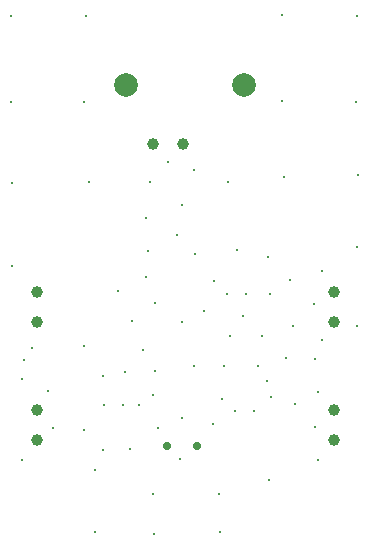
<source format=gbr>
%TF.GenerationSoftware,KiCad,Pcbnew,9.0.0*%
%TF.CreationDate,2025-04-28T20:09:46+02:00*%
%TF.ProjectId,OOS - optyczny odbiornik sygnalow,4f4f5320-2d20-46f7-9074-79637a6e7920,rev?*%
%TF.SameCoordinates,Original*%
%TF.FileFunction,Plated,1,2,PTH,Drill*%
%TF.FilePolarity,Positive*%
%FSLAX46Y46*%
G04 Gerber Fmt 4.6, Leading zero omitted, Abs format (unit mm)*
G04 Created by KiCad (PCBNEW 9.0.0) date 2025-04-28 20:09:46*
%MOMM*%
%LPD*%
G01*
G04 APERTURE LIST*
%TA.AperFunction,ViaDrill*%
%ADD10C,0.300000*%
%TD*%
%TA.AperFunction,ComponentDrill*%
%ADD11C,0.700000*%
%TD*%
%TA.AperFunction,ComponentDrill*%
%ADD12C,1.000000*%
%TD*%
%TA.AperFunction,ComponentDrill*%
%ADD13C,2.000000*%
%TD*%
G04 APERTURE END LIST*
D10*
X173720000Y-80980000D03*
X173770000Y-73680000D03*
X173820000Y-87830000D03*
X173820000Y-94830000D03*
X174720000Y-104380000D03*
X174720000Y-111280000D03*
X174820000Y-102790000D03*
X175542491Y-101792751D03*
X176920000Y-105380000D03*
X177320000Y-108580000D03*
X179970000Y-80930000D03*
X179970000Y-101580000D03*
X179970000Y-108680000D03*
X180070000Y-73680000D03*
X180370000Y-87730000D03*
X180870000Y-112080000D03*
X180870000Y-117380000D03*
X181520000Y-104180000D03*
X181520000Y-110430000D03*
X181670000Y-106580000D03*
X182820000Y-96980000D03*
X183270000Y-106580000D03*
X183420000Y-103780000D03*
X183870000Y-110330000D03*
X184020000Y-99480000D03*
X184570000Y-106580000D03*
X184920000Y-101980000D03*
X185170000Y-95790000D03*
X185220000Y-90730000D03*
X185320000Y-93580000D03*
X185520000Y-87680000D03*
X185770000Y-114130000D03*
X185820000Y-105780000D03*
X185870000Y-117530000D03*
X185970000Y-97930000D03*
X185970000Y-103730000D03*
X186170000Y-108580000D03*
X187020000Y-86030000D03*
X187820000Y-92230000D03*
X188070000Y-111180000D03*
X188200000Y-89630000D03*
X188220000Y-107730000D03*
X188270000Y-99580000D03*
X189220000Y-86680000D03*
X189220000Y-103280000D03*
X189370000Y-93780000D03*
X190120000Y-98630000D03*
X190820000Y-108230000D03*
X190920000Y-96080000D03*
X191370000Y-114130000D03*
X191420000Y-117380000D03*
X191620000Y-106080000D03*
X191820000Y-103280000D03*
X192070000Y-97180000D03*
X192170000Y-87680000D03*
X192270000Y-100730000D03*
X192720000Y-107080000D03*
X192870000Y-93430000D03*
X193420000Y-99080000D03*
X193670000Y-97180000D03*
X194320000Y-107080000D03*
X194670000Y-103280000D03*
X195020000Y-100780000D03*
X195395000Y-104555000D03*
X195520000Y-94080000D03*
X195620000Y-112980000D03*
X195670000Y-97180000D03*
X195770000Y-105880000D03*
X196720000Y-73580000D03*
X196720000Y-80830000D03*
X196870000Y-87280000D03*
X197070000Y-102580000D03*
X197420000Y-95980000D03*
X197620000Y-99930000D03*
X197770000Y-106480000D03*
X199420000Y-98030000D03*
X199470000Y-102680000D03*
X199520000Y-108480000D03*
X199720000Y-105530000D03*
X199720000Y-111230000D03*
X200120000Y-95280000D03*
X200120000Y-101130000D03*
X202970000Y-80980000D03*
X203020000Y-73630000D03*
X203020000Y-93180000D03*
X203070000Y-99880000D03*
X203120000Y-87080000D03*
D11*
%TO.C,D3*%
X186965276Y-110064724D03*
X189505276Y-110064724D03*
D12*
%TO.C,J3*%
X175920000Y-97005000D03*
X175920000Y-99545000D03*
%TO.C,J1*%
X175920000Y-107040000D03*
X175920000Y-109580000D03*
%TO.C,J5*%
X185800000Y-84460000D03*
X188300000Y-84460000D03*
%TO.C,J2*%
X201120000Y-97005000D03*
X201120000Y-99545000D03*
%TO.C,J4*%
X201120000Y-107040000D03*
X201120000Y-109580000D03*
D13*
%TO.C,J5*%
X183500000Y-79460000D03*
X193500000Y-79460000D03*
M02*

</source>
